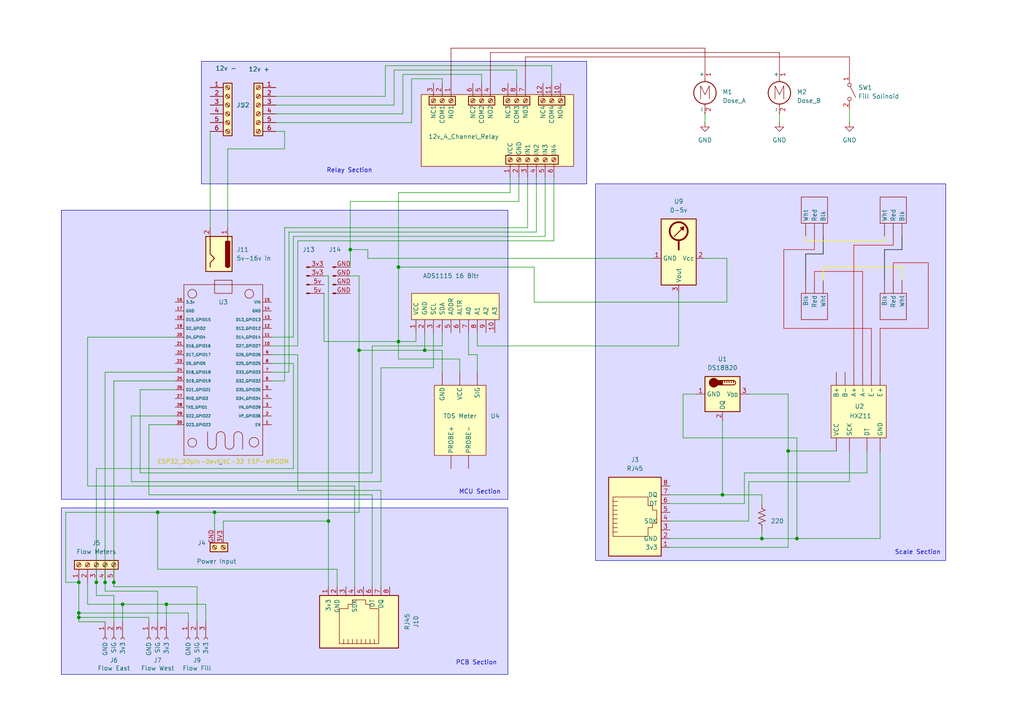
<source format=kicad_sch>
(kicad_sch (version 20250114) (generator "eeschema") (generator_version "9.0")
  (paper "A4")
  (title_block (title "Hydorponics-Patio") (company "Engineering Innovations, LLC"))
  (lib_symbols
    (symbol "Amazon_Modules:12v_4_Channel_Relay" (pin_names (offset 2.54))
      (property "Value" "12v_4_Channel_Relay" (at 5.08 -10.922 0))
      (symbol "12v_4_Channel_Relay_1_1"
        (rectangle (start -6.096 1.778) (end 38.1 -19.05) (fill (type color) (color 255 255 194 1)))
        (rectangle (start -3.81 1.27) (end 3.81 -1.27) (stroke (width 0.254)) (fill (type background)))
        (circle (center -2.54 0) (radius 0.635) (stroke (width 0.1524)))
        (polyline (pts (xy -2.2098 0.5334) (xy -3.048 -0.3302)) (stroke (width 0.1524)))
        (polyline (pts (xy -2.032 0.3556) (xy -2.8702 -0.508)) (stroke (width 0.1524)))
        (circle (center 0 0) (radius 0.635) (stroke (width 0.1524)))
        (polyline (pts (xy 0.3302 0.5334) (xy -0.508 -0.3302)) (stroke (width 0.1524)))
        (polyline (pts (xy 0.508 0.3556) (xy -0.3302 -0.508)) (stroke (width 0.1524)))
        (circle (center 2.54 0) (radius 0.635) (stroke (width 0.1524)))
        (polyline (pts (xy 2.8702 0.5334) (xy 2.032 -0.3302)) (stroke (width 0.1524)))
        (polyline (pts (xy 3.048 0.3556) (xy 2.2098 -0.508)) (stroke (width 0.1524)))
        (rectangle (start 7.62 1.27) (end 15.24 -1.27) (stroke (width 0.254)) (fill (type background)))
        (circle (center 8.89 0) (radius 0.635) (stroke (width 0.1524)))
        (polyline (pts (xy 9.2202 0.5334) (xy 8.382 -0.3302)) (stroke (width 0.1524)))
        (polyline (pts (xy 9.398 0.3556) (xy 8.5598 -0.508)) (stroke (width 0.1524)))
        (circle (center 11.43 0) (radius 0.635) (stroke (width 0.1524)))
        (polyline (pts (xy 11.7602 0.5334) (xy 10.922 -0.3302)) (stroke (width 0.1524)))
        (polyline (pts (xy 11.938 0.3556) (xy 11.0998 -0.508)) (stroke (width 0.1524)))
        (circle (center 13.97 0) (radius 0.635) (stroke (width 0.1524)))
        (polyline (pts (xy 14.3002 0.5334) (xy 13.462 -0.3302)) (stroke (width 0.1524)))
        (polyline (pts (xy 14.478 0.3556) (xy 13.6398 -0.508)) (stroke (width 0.1524)))
        (rectangle (start 17.78 1.27) (end 25.4 -1.27) (stroke (width 0.254)) (fill (type background)))
        (rectangle (start 18.415 -18.415) (end 33.655 -15.875) (stroke (width 0.254)) (fill (type background)))
        (circle (center 19.05 0) (radius 0.635) (stroke (width 0.1524)))
        (polyline (pts (xy 19.177 -17.5006) (xy 20.0152 -16.637)) (stroke (width 0.1524)))
        (polyline (pts (xy 19.3548 -17.6784) (xy 20.193 -16.8148)) (stroke (width 0.1524)))
        (polyline (pts (xy 19.3802 0.5334) (xy 18.542 -0.3302)) (stroke (width 0.1524)))
        (polyline (pts (xy 19.558 0.3556) (xy 18.7198 -0.508)) (stroke (width 0.1524)))
        (circle (center 19.685 -17.145) (radius 0.635) (stroke (width 0.1524)))
        (circle (center 21.59 0) (radius 0.635) (stroke (width 0.1524)))
        (polyline (pts (xy 21.717 -17.5006) (xy 22.5552 -16.637)) (stroke (width 0.1524)))
        (polyline (pts (xy 21.8948 -17.6784) (xy 22.733 -16.8148)) (stroke (width 0.1524)))
        (polyline (pts (xy 21.9202 0.5334) (xy 21.082 -0.3302)) (stroke (width 0.1524)))
        (polyline (pts (xy 22.098 0.3556) (xy 21.2598 -0.508)) (stroke (width 0.1524)))
        (circle (center 22.225 -17.145) (radius 0.635) (stroke (width 0.1524)))
        (circle (center 24.13 0) (radius 0.635) (stroke (width 0.1524)))
        (polyline (pts (xy 24.257 -17.5006) (xy 25.0952 -16.637)) (stroke (width 0.1524)))
        (polyline (pts (xy 24.4348 -17.6784) (xy 25.273 -16.8148)) (stroke (width 0.1524)))
        (polyline (pts (xy 24.4602 0.5334) (xy 23.622 -0.3302)) (stroke (width 0.1524)))
        (polyline (pts (xy 24.638 0.3556) (xy 23.7998 -0.508)) (stroke (width 0.1524)))
        (circle (center 24.765 -17.145) (radius 0.635) (stroke (width 0.1524)))
        (polyline (pts (xy 26.797 -17.5006) (xy 27.6352 -16.637)) (stroke (width 0.1524)))
        (polyline (pts (xy 26.9748 -17.6784) (xy 27.813 -16.8148)) (stroke (width 0.1524)))
        (circle (center 27.305 -17.145) (radius 0.635) (stroke (width 0.1524)))
        (rectangle (start 27.94 1.27) (end 35.56 -1.27) (stroke (width 0.254)) (fill (type background)))
        (circle (center 29.21 0) (radius 0.635) (stroke (width 0.1524)))
        (polyline (pts (xy 29.337 -17.5006) (xy 30.1752 -16.637)) (stroke (width 0.1524)))
        (polyline (pts (xy 29.5148 -17.6784) (xy 30.353 -16.8148)) (stroke (width 0.1524)))
        (polyline (pts (xy 29.5402 0.5334) (xy 28.702 -0.3302)) (stroke (width 0.1524)))
        (polyline (pts (xy 29.718 0.3556) (xy 28.8798 -0.508)) (stroke (width 0.1524)))
        (circle (center 29.845 -17.145) (radius 0.635) (stroke (width 0.1524)))
        (circle (center 31.75 0) (radius 0.635) (stroke (width 0.1524)))
        (polyline (pts (xy 31.877 -17.5006) (xy 32.7152 -16.637)) (stroke (width 0.1524)))
        (polyline (pts (xy 32.0548 -17.6784) (xy 32.893 -16.8148)) (stroke (width 0.1524)))
        (polyline (pts (xy 32.0802 0.5334) (xy 31.242 -0.3302)) (stroke (width 0.1524)))
        (polyline (pts (xy 32.258 0.3556) (xy 31.4198 -0.508)) (stroke (width 0.1524)))
        (circle (center 32.385 -17.145) (radius 0.635) (stroke (width 0.1524)))
        (circle (center 34.29 0) (radius 0.635) (stroke (width 0.1524)))
        (polyline (pts (xy 34.6202 0.5334) (xy 33.782 -0.3302)) (stroke (width 0.1524)))
        (polyline (pts (xy 34.798 0.3556) (xy 33.9598 -0.508)) (stroke (width 0.1524)))
        (pin passive line (at -2.54 5.08 270) (length 3.81) (name "NC1") (number "3"))
        (pin power_in line (at 0 5.08 270) (length 3.81) (name "COM1") (number "2"))
        (pin passive line (at 2.54 5.08 270) (length 3.81) (name "NO1") (number "1"))
        (pin passive line (at 8.89 5.08 270) (length 3.81) (name "NC2") (number "6"))
        (pin power_in line (at 11.43 5.08 270) (length 3.81) (name "COM2") (number "5"))
        (pin passive line (at 13.97 5.08 270) (length 3.81) (name "NO2") (number "4"))
        (pin passive line (at 19.05 5.08 270) (length 3.81) (name "NC3") (number "9"))
        (pin power_in line (at 19.685 -22.225 90) (length 3.81) (name "VCC") (number "1"))
        (pin power_in line (at 21.59 5.08 270) (length 3.81) (name "COM3") (number "8"))
        (pin power_in line (at 22.225 -22.225 90) (length 3.81) (name "GND") (number "2"))
        (pin passive line (at 24.13 5.08 270) (length 3.81) (name "N03") (number "7"))
        (pin input line (at 24.765 -22.225 90) (length 3.81) (name "IN1") (number "3"))
        (pin input line (at 27.305 -22.225 90) (length 3.81) (name "IN2") (number "4"))
        (pin passive line (at 29.21 5.08 270) (length 3.81) (name "NC4") (number "12"))
        (pin input line (at 29.845 -22.225 90) (length 3.81) (name "IN3") (number "5"))
        (pin power_in line (at 31.75 5.08 270) (length 3.81) (name "COM4") (number "11"))
        (pin input line (at 32.385 -22.225 90) (length 3.81) (name "IN4") (number "6"))
        (pin passive line (at 34.29 5.08 270) (length 3.81) (name "NO4") (number "10"))
      )
    )
    (symbol "Amazon_Modules:HX711"
      (property "Reference" "U2" (at 8.89 1.2701 0))
      (property "Value" "HXZ11" (at 8.89 -1.2699 0))
      (symbol "HX711_0_1"
        (rectangle (start -7.874 7.62) (end 8.126 -7.62) (fill (type background)))
      )
      (symbol "HX711_1_1"
        (pin passive line (at -6.35 11.43 270) (length 3.81) (name "B+") (number ""))
        (pin passive line (at -6.35 -11.43 90) (length 3.81) (name "VCC") (number ""))
        (pin passive line (at -3.81 11.43 270) (length 3.81) (name "B-") (number ""))
        (pin passive line (at -2.54 -11.43 90) (length 3.81) (name "SCK") (number ""))
        (pin passive line (at -1.27 11.43 270) (length 3.81) (name "A+") (number ""))
        (pin passive line (at 1.27 11.43 270) (length 3.81) (name "A-") (number ""))
        (pin passive line (at 2.54 -11.43 90) (length 3.81) (name "DT") (number ""))
        (pin passive line (at 3.81 11.43 270) (length 3.81) (name "E-") (number ""))
        (pin passive line (at 6.35 11.43 270) (length 3.81) (name "E+") (number ""))
        (pin passive line (at 6.35 -11.43 90) (length 3.81) (name "GND") (number ""))
      )
    )
    (symbol "Amazon_Modules:Load Cell"
      (symbol "Load Cell_0_1"
        (rectangle (start -3.81 5.08) (end 3.81 -2.54))
      )
      (symbol "Load Cell_1_1"
        (pin passive line (at -2.54 -6.35 90) (length 3.81) (name "Wht") (number ""))
        (pin passive line (at 0 -6.35 90) (length 3.81) (name "Red") (number ""))
        (pin passive line (at 2.54 -6.35 90) (length 3.81) (name "Blk") (number ""))
      )
    )
    (symbol "Amazon_Modules:Pressure Sensor"
      (property "Reference" "U?" (at 0.254 12.954 0))
      (property "Value" "0-5v" (at -0.254 10.414 0))
      (symbol "Pressure Sensor_0_1"
        (rectangle (start -5.08 8.89) (end 5.08 -10.287) (stroke (width 0.254)) (fill (type background)))
        (polyline (pts (xy -1.27 3.81) (xy 1.27 6.35)) (stroke (width 0.254)))
        (circle (center 0 5.334) (radius 2.6162) (stroke (width 0.508)))
        (polyline (pts (xy 0 2.54) (xy 0 0)) (stroke (width 0.508)))
        (polyline (pts (xy 1.524 6.604) (xy 1.27 5.588) (xy 0.508 6.35) (xy 1.524 6.604)) (stroke (width 0.254)) (fill (type outline)))
      )
      (symbol "Pressure Sensor_1_1"
        (pin power_in line (at -7.62 -2.54 0) (length 2.54) (name "GND") (number "1"))
        (pin output line (at 0 -12.7 90) (length 2.54) (name "Vout") (number "3"))
        (pin power_in line (at 7.62 -2.54 180) (length 2.54) (name "Vcc") (number "2"))
      )
    )
    (symbol "Amazon_Modules:TDS_Meter"
      (property "Reference" "U" (at 0 0 0))
      (symbol "TDS_Meter_0_1"
        (rectangle (start -7.366 7.62) (end 7.62 -12.7) (fill (type background)))
      )
      (symbol "TDS_Meter_1_1"
        (pin passive line (at -5.08 11.43 270) (length 3.81) (name "GND") (number ""))
        (pin passive line (at -2.54 -16.51 90) (length 3.81) (name "PROBE+") (number ""))
        (pin passive line (at 0 11.43 270) (length 3.81) (name "VCC") (number ""))
        (pin passive line (at 2.54 -16.51 90) (length 3.81) (name "PROBE-") (number ""))
        (pin passive line (at 5.08 11.43 270) (length 3.81) (name "SIG") (number ""))
      )
    )
    (symbol "Conn_01x03_Socket_1" (pin_names (offset 2.032))
      (property "Reference" "J6" (at 6.096 0 90))
      (property "Value" "Flow East" (at 8.382 0 90))
      (symbol "Conn_01x03_Socket_1_1_1"
        (polyline (pts (xy -1.27 2.54) (xy -0.508 2.54)) (stroke (width 0.1524)))
        (polyline (pts (xy -1.27 0) (xy -0.508 0)) (stroke (width 0.1524)))
        (polyline (pts (xy -1.27 -2.54) (xy -0.508 -2.54)) (stroke (width 0.1524)))
        (arc (start 0 2.032) (mid -0.5058 2.54) (end 0 3.048) (stroke (width 0.1524)))
        (arc (start 0 -0.508) (mid -0.5058 0) (end 0 0.508) (stroke (width 0.1524)))
        (arc (start 0 -3.048) (mid -0.5058 -2.54) (end 0 -2.032) (stroke (width 0.1524)))
        (pin passive line (at -5.08 2.54 0) (length 3.81) (name "GND") (number "1"))
        (pin passive line (at -5.08 0 0) (length 3.81) (name "SIG") (number "2"))
        (pin passive line (at -5.08 -2.54 0) (length 3.81) (name "3v3") (number "3"))
      )
    )
    (symbol "Conn_01x04_Pin_1" (pin_names (offset 1.016) (hide yes))
      (property "Reference" "J13" (at 0.635 7.62 0))
      (symbol "Conn_01x04_Pin_1_1_1"
        (rectangle (start 0.8636 2.667) (end 0 2.413) (stroke (width 0.1524)) (fill (type outline)))
        (rectangle (start 0.8636 0.127) (end 0 -0.127) (stroke (width 0.1524)) (fill (type outline)))
        (rectangle (start 0.8636 -2.413) (end 0 -2.667) (stroke (width 0.1524)) (fill (type outline)))
        (rectangle (start 0.8636 -4.953) (end 0 -5.207) (stroke (width 0.1524)) (fill (type outline)))
        (polyline (pts (xy 1.27 2.54) (xy 0.8636 2.54)) (stroke (width 0.1524)))
        (polyline (pts (xy 1.27 0) (xy 0.8636 0)) (stroke (width 0.1524)))
        (polyline (pts (xy 1.27 -2.54) (xy 0.8636 -2.54)) (stroke (width 0.1524)))
        (polyline (pts (xy 1.27 -5.08) (xy 0.8636 -5.08)) (stroke (width 0.1524)))
        (pin passive line (at 5.08 2.54 180) (length 3.81) (name "3v3") (number "3v3"))
        (pin passive line (at 5.08 0 180) (length 3.81) (name "3v3") (number "3v3"))
        (pin passive line (at 5.08 -2.54 180) (length 3.81) (name "5v") (number "5v"))
        (pin passive line (at 5.08 -5.08 180) (length 3.81) (name "5v") (number "5v"))
      )
    )
    (symbol "Connector:Barrel_Jack" (pin_names (offset 1.016))
      (property "Reference" "J" (at 0 5.334 0))
      (property "Value" "Barrel_Jack" (at 0 -5.08 0))
      (symbol "Barrel_Jack_0_1"
        (rectangle (start -5.08 3.81) (end 5.08 -3.81) (stroke (width 0.254)) (fill (type background)))
        (polyline (pts (xy -3.81 -2.54) (xy -2.54 -2.54) (xy -1.27 -1.27) (xy 0 -2.54) (xy 2.54 -2.54) (xy 5.08 -2.54)) (stroke (width 0.254)))
        (arc (start -3.302 1.905) (mid -3.9343 2.54) (end -3.302 3.175) (stroke (width 0.254)))
        (arc (start -3.302 1.905) (mid -3.9343 2.54) (end -3.302 3.175) (stroke (width 0.254)) (fill (type outline)))
        (rectangle (start 3.683 3.175) (end -3.302 1.905) (stroke (width 0.254)) (fill (type outline)))
        (polyline (pts (xy 5.08 2.54) (xy 3.81 2.54)) (stroke (width 0.254)))
      )
      (symbol "Barrel_Jack_1_1"
        (pin passive line (at 7.62 2.54 180) (length 2.54) (name "~") (number "1"))
        (pin passive line (at 7.62 -2.54 180) (length 2.54) (name "~") (number "2"))
      )
    )
    (symbol "Connector:Conn_01x04_Pin" (pin_names (offset 1.016) (hide yes))
      (property "Reference" "J14" (at 0.635 7.62 0))
      (symbol "Conn_01x04_Pin_1_1"
        (rectangle (start 0.8636 2.667) (end 0 2.413) (stroke (width 0.1524)) (fill (type outline)))
        (rectangle (start 0.8636 0.127) (end 0 -0.127) (stroke (width 0.1524)) (fill (type outline)))
        (rectangle (start 0.8636 -2.413) (end 0 -2.667) (stroke (width 0.1524)) (fill (type outline)))
        (rectangle (start 0.8636 -4.953) (end 0 -5.207) (stroke (width 0.1524)) (fill (type outline)))
        (polyline (pts (xy 1.27 2.54) (xy 0.8636 2.54)) (stroke (width 0.1524)))
        (polyline (pts (xy 1.27 0) (xy 0.8636 0)) (stroke (width 0.1524)))
        (polyline (pts (xy 1.27 -2.54) (xy 0.8636 -2.54)) (stroke (width 0.1524)))
        (polyline (pts (xy 1.27 -5.08) (xy 0.8636 -5.08)) (stroke (width 0.1524)))
        (pin passive line (at 5.08 2.54 180) (length 3.81) (name "GND") (number "GND"))
        (pin passive line (at 5.08 0 180) (length 3.81) (name "GND") (number "GND"))
        (pin passive line (at 5.08 -2.54 180) (length 3.81) (name "GND") (number "GND"))
        (pin passive line (at 5.08 -5.08 180) (length 3.81) (name "GND") (number "GND"))
      )
    )
    (symbol "Connector:Conn_01x10_Pin" (pin_names (offset 1.27))
      (property "Value" "ADS1115 16 Bitr" (at -1.27 17.78 0))
      (symbol "Conn_01x10_Pin_1_1"
        (rectangle (start -12.7 12.7) (end 12.7 5.08) (fill (type background)))
        (pin power_in line (at -11.43 1.27 90) (length 3.81) (name "VCC") (number "1"))
        (pin power_in line (at -8.89 1.27 90) (length 3.81) (name "GND") (number "2"))
        (pin passive line (at -6.35 1.27 90) (length 3.81) (name "SCL") (number "3"))
        (pin passive line (at -3.81 1.27 90) (length 3.81) (name "SDA") (number "4"))
        (pin passive line (at -1.27 1.27 90) (length 3.81) (name "ADDR") (number "5"))
        (pin passive line (at 1.27 1.27 90) (length 3.81) (name "ALTR") (number "6"))
        (pin passive line (at 3.81 1.27 90) (length 3.81) (name "A0") (number "7"))
        (pin passive line (at 6.35 1.27 90) (length 3.81) (name "A1") (number "8"))
        (pin passive line (at 8.89 1.27 90) (length 3.81) (name "A2") (number "9"))
        (pin passive line (at 11.43 1.27 90) (length 3.81) (name "A3") (number "10"))
      )
    )
    (symbol "Connector:Screw_Terminal_01x02" (pin_names (offset 1.016) (hide yes))
      (property "Reference" "J4" (at -1.2701 2.54 90))
      (property "Value" "Power Input" (at 4.064 -6.35 90))
      (symbol "Screw_Terminal_01x02_1_1"
        (rectangle (start -1.27 1.27) (end 1.27 -3.81) (stroke (width 0.254)) (fill (type background)))
        (polyline (pts (xy -0.5334 0.3302) (xy 0.3302 -0.508)) (stroke (width 0.1524)))
        (polyline (pts (xy -0.5334 -2.2098) (xy 0.3302 -3.048)) (stroke (width 0.1524)))
        (polyline (pts (xy -0.3556 0.508) (xy 0.508 -0.3302)) (stroke (width 0.1524)))
        (polyline (pts (xy -0.3556 -2.032) (xy 0.508 -2.8702)) (stroke (width 0.1524)))
        (circle (center 0 0) (radius 0.635) (stroke (width 0.1524)))
        (circle (center 0 -2.54) (radius 0.635) (stroke (width 0.1524)))
        (pin passive line (at -5.08 0 0) (length 3.81) (name "GND") (number "GND"))
        (pin passive line (at -5.08 -2.54 0) (length 3.81) (name "3V3") (number "3V3"))
      )
    )
    (symbol "Connector:Screw_Terminal_01x05" (pin_names (offset 1.016) (hide yes))
      (property "Reference" "J" (at 0 7.62 0))
      (property "Value" "Screw_Terminal_01x05" (at 0 -7.62 0))
      (symbol "Screw_Terminal_01x05_1_1"
        (rectangle (start -1.27 6.35) (end 1.27 -6.35) (stroke (width 0.254)) (fill (type background)))
        (polyline (pts (xy -0.5334 5.4102) (xy 0.3302 4.572)) (stroke (width 0.1524)))
        (polyline (pts (xy -0.5334 2.8702) (xy 0.3302 2.032)) (stroke (width 0.1524)))
        (polyline (pts (xy -0.5334 0.3302) (xy 0.3302 -0.508)) (stroke (width 0.1524)))
        (polyline (pts (xy -0.5334 -2.2098) (xy 0.3302 -3.048)) (stroke (width 0.1524)))
        (polyline (pts (xy -0.5334 -4.7498) (xy 0.3302 -5.588)) (stroke (width 0.1524)))
        (polyline (pts (xy -0.3556 5.588) (xy 0.508 4.7498)) (stroke (width 0.1524)))
        (polyline (pts (xy -0.3556 3.048) (xy 0.508 2.2098)) (stroke (width 0.1524)))
        (polyline (pts (xy -0.3556 0.508) (xy 0.508 -0.3302)) (stroke (width 0.1524)))
        (polyline (pts (xy -0.3556 -2.032) (xy 0.508 -2.8702)) (stroke (width 0.1524)))
        (polyline (pts (xy -0.3556 -4.572) (xy 0.508 -5.4102)) (stroke (width 0.1524)))
        (circle (center 0 5.08) (radius 0.635) (stroke (width 0.1524)))
        (circle (center 0 2.54) (radius 0.635) (stroke (width 0.1524)))
        (circle (center 0 0) (radius 0.635) (stroke (width 0.1524)))
        (circle (center 0 -2.54) (radius 0.635) (stroke (width 0.1524)))
        (circle (center 0 -5.08) (radius 0.635) (stroke (width 0.1524)))
        (pin passive line (at -5.08 5.08 0) (length 3.81) (name "Pin_1") (number "1"))
        (pin passive line (at -5.08 2.54 0) (length 3.81) (name "Pin_2") (number "2"))
        (pin passive line (at -5.08 0 0) (length 3.81) (name "Pin_3") (number "3"))
        (pin passive line (at -5.08 -2.54 0) (length 3.81) (name "Pin_4") (number "4"))
        (pin passive line (at -5.08 -5.08 0) (length 3.81) (name "Pin_5") (number "5"))
      )
    )
    (symbol "Connector:Screw_Terminal_01x06" (pin_names (offset 1.016) (hide yes))
      (property "Reference" "J" (at 0 7.62 0))
      (property "Value" "Screw_Terminal_01x06" (at 0 -10.16 0))
      (symbol "Screw_Terminal_01x06_1_1"
        (rectangle (start -1.27 6.35) (end 1.27 -8.89) (stroke (width 0.254)) (fill (type background)))
        (polyline (pts (xy -0.5334 5.4102) (xy 0.3302 4.572)) (stroke (width 0.1524)))
        (polyline (pts (xy -0.5334 2.8702) (xy 0.3302 2.032)) (stroke (width 0.1524)))
        (polyline (pts (xy -0.5334 0.3302) (xy 0.3302 -0.508)) (stroke (width 0.1524)))
        (polyline (pts (xy -0.5334 -2.2098) (xy 0.3302 -3.048)) (stroke (width 0.1524)))
        (polyline (pts (xy -0.5334 -4.7498) (xy 0.3302 -5.588)) (stroke (width 0.1524)))
        (polyline (pts (xy -0.5334 -7.2898) (xy 0.3302 -8.128)) (stroke (width 0.1524)))
        (polyline (pts (xy -0.3556 5.588) (xy 0.508 4.7498)) (stroke (width 0.1524)))
        (polyline (pts (xy -0.3556 3.048) (xy 0.508 2.2098)) (stroke (width 0.1524)))
        (polyline (pts (xy -0.3556 0.508) (xy 0.508 -0.3302)) (stroke (width 0.1524)))
        (polyline (pts (xy -0.3556 -2.032) (xy 0.508 -2.8702)) (stroke (width 0.1524)))
        (polyline (pts (xy -0.3556 -4.572) (xy 0.508 -5.4102)) (stroke (width 0.1524)))
        (polyline (pts (xy -0.3556 -7.112) (xy 0.508 -7.9502)) (stroke (width 0.1524)))
        (circle (center 0 5.08) (radius 0.635) (stroke (width 0.1524)))
        (circle (center 0 2.54) (radius 0.635) (stroke (width 0.1524)))
        (circle (center 0 0) (radius 0.635) (stroke (width 0.1524)))
        (circle (center 0 -2.54) (radius 0.635) (stroke (width 0.1524)))
        (circle (center 0 -5.08) (radius 0.635) (stroke (width 0.1524)))
        (circle (center 0 -7.62) (radius 0.635) (stroke (width 0.1524)))
        (pin passive line (at -5.08 5.08 0) (length 3.81) (name "Pin_1") (number "1"))
        (pin passive line (at -5.08 2.54 0) (length 3.81) (name "Pin_2") (number "2"))
        (pin passive line (at -5.08 0 0) (length 3.81) (name "Pin_3") (number "3"))
        (pin passive line (at -5.08 -2.54 0) (length 3.81) (name "Pin_4") (number "4"))
        (pin passive line (at -5.08 -5.08 0) (length 3.81) (name "Pin_5") (number "5"))
        (pin passive line (at -5.08 -7.62 0) (length 3.81) (name "Pin_6") (number "6"))
      )
    )
    (symbol "Device:R_US" (pin_numbers (hide yes)) (pin_names (offset 0))
      (property "Reference" "R" (at 2.54 0 90))
      (property "Value" "R_US" (at -2.54 0 90))
      (symbol "R_US_0_1"
        (polyline (pts (xy 0 2.286) (xy 0 2.54)))
        (polyline (pts (xy 0 2.286) (xy 1.016 1.905) (xy 0 1.524) (xy -1.016 1.143) (xy 0 0.762)))
        (polyline (pts (xy 0 0.762) (xy 1.016 0.381) (xy 0 0) (xy -1.016 -0.381) (xy 0 -0.762)))
        (polyline (pts (xy 0 -0.762) (xy 1.016 -1.143) (xy 0 -1.524) (xy -1.016 -1.905) (xy 0 -2.286)))
        (polyline (pts (xy 0 -2.286) (xy 0 -2.54)))
      )
      (symbol "R_US_1_1"
        (pin passive line (at 0 3.81 270) (length 1.27) (name "~") (number "1"))
        (pin passive line (at 0 -3.81 90) (length 1.27) (name "~") (number "2"))
      )
    )
    (symbol "Load Cell_1"
      (property "Value" "~" (at 13.97 0.0001 0))
      (symbol "Load Cell_1_0_1"
        (rectangle (start -3.81 5.08) (end 3.81 -2.54))
      )
      (symbol "Load Cell_1_1_1"
        (pin passive line (at -2.54 -6.35 90) (length 3.81) (name "Wht") (number ""))
        (pin passive line (at 0 -6.35 90) (length 3.81) (name "Red") (number ""))
        (pin passive line (at 2.54 -6.35 90) (length 3.81) (name "Blk") (number ""))
      )
    )
    (symbol "Load Cell_2"
      (symbol "Load Cell_2_0_1"
        (rectangle (start -3.81 5.08) (end 3.81 -2.54))
      )
      (symbol "Load Cell_2_1_1"
        (pin passive line (at -2.54 -6.35 90) (length 3.81) (name "Wht") (number ""))
        (pin passive line (at 0 -6.35 90) (length 3.81) (name "Red") (number ""))
        (pin passive line (at 2.54 -6.35 90) (length 3.81) (name "Blk") (number ""))
      )
    )
    (symbol "Load Cell_3"
      (symbol "Load Cell_3_0_1"
        (rectangle (start -3.81 5.08) (end 3.81 -2.54))
      )
      (symbol "Load Cell_3_1_1"
        (pin passive line (at -2.54 -6.35 90) (length 3.81) (name "Wht") (number ""))
        (pin passive line (at 0 -6.35 90) (length 3.81) (name "Red") (number ""))
        (pin passive line (at 2.54 -6.35 90) (length 3.81) (name "Blk") (number ""))
      )
    )
    (symbol "Motor:Motor_DC" (pin_names (offset 0))
      (property "Reference" "M" (at 2.54 2.54 0))
      (property "Value" "Motor_DC" (at 2.54 -5.08 0))
      (symbol "Motor_DC_0_0"
        (polyline (pts (xy -1.27 -3.302) (xy -1.27 0.508) (xy 0 -2.032) (xy 1.27 0.508) (xy 1.27 -3.302)))
      )
      (symbol "Motor_DC_0_1"
        (polyline (pts (xy 0 2.032) (xy 0 2.54)))
        (polyline (pts (xy 0 1.7272) (xy 0 2.0828)))
        (circle (center 0 -1.524) (radius 3.2512) (stroke (width 0.254)))
        (polyline (pts (xy 0 -4.7752) (xy 0 -5.1816)))
        (polyline (pts (xy 0 -7.62) (xy 0 -7.112)))
      )
      (symbol "Motor_DC_1_1"
        (pin passive line (at 0 5.08 270) (length 2.54) (name "+") (number "1"))
        (pin passive line (at 0 -7.62 90) (length 2.54) (name "-") (number "2"))
      )
    )
    (symbol "RJ45_1" (pin_names (offset 1.016))
      (property "Reference" "J10" (at 0 17.78 0))
      (property "Value" "RJ45" (at 0 15.24 0))
      (symbol "RJ45_1_0_1"
        (polyline (pts (xy -6.35 1.905) (xy -5.08 1.905) (xy -5.08 1.905)))
        (polyline (pts (xy -6.35 0.635) (xy -5.08 0.635) (xy -5.08 0.635)))
        (polyline (pts (xy -6.35 -0.635) (xy -5.08 -0.635) (xy -5.08 -0.635)))
        (polyline (pts (xy -6.35 -1.905) (xy -5.08 -1.905) (xy -5.08 -1.905)))
        (polyline (pts (xy -6.35 -3.175) (xy -5.08 -3.175) (xy -5.08 -3.175)))
        (polyline (pts (xy -6.35 -4.445) (xy -6.35 6.985) (xy 3.81 6.985) (xy 3.81 4.445) (xy 5.08 4.445) (xy 5.08 3.175) (xy 6.35 3.175) (xy 6.35 -0.635) (xy 5.08 -0.635) (xy 5.08 -1.905) (xy 3.81 -1.905) (xy 3.81 -4.445) (xy -6.35 -4.445) (xy -6.35 -4.445)))
        (polyline (pts (xy -5.08 5.715) (xy -6.35 5.715)))
        (polyline (pts (xy -5.08 4.445) (xy -6.35 4.445)))
        (polyline (pts (xy -5.08 3.175) (xy -6.35 3.175) (xy -6.35 3.175)))
        (rectangle (start 7.62 12.7) (end -7.62 -10.16) (stroke (width 0.254)) (fill (type background)))
      )
      (symbol "RJ45_1_1_1"
        (pin passive line (at 10.16 10.16 180) (length 2.54) (name "~") (number "8"))
        (pin passive line (at 10.16 7.62 180) (length 2.54) (name "DQ") (number "7"))
        (pin passive line (at 10.16 5.08 180) (length 2.54) (name "DT") (number "6"))
        (pin passive line (at 10.16 2.54 180) (length 2.54) (name "~") (number "5"))
        (pin passive line (at 10.16 0 180) (length 2.54) (name "SDK") (number "4"))
        (pin passive line (at 10.16 -2.54 180) (length 2.54) (name "~") (number "3"))
        (pin passive line (at 10.16 -5.08 180) (length 2.54) (name "GND") (number "2"))
        (pin passive line (at 10.16 -7.62 180) (length 2.54) (name "3v3") (number "1"))
      )
    )
    (symbol "Sensor_Temperature:DS18B20"
      (property "Reference" "U" (at -3.81 6.35 0))
      (property "Value" "DS18B20" (at 6.35 6.35 0))
      (symbol "DS18B20_0_1"
        (rectangle (start -5.08 5.08) (end 5.08 -5.08) (stroke (width 0.254)) (fill (type background)))
        (polyline (pts (xy -3.937 3.175) (xy -3.937 0)) (stroke (width 0.254)))
        (polyline (pts (xy -3.937 3.175) (xy -3.302 3.175)) (stroke (width 0.254)))
        (polyline (pts (xy -3.937 2.54) (xy -3.302 2.54)) (stroke (width 0.254)))
        (polyline (pts (xy -3.937 1.905) (xy -3.302 1.905)) (stroke (width 0.254)))
        (polyline (pts (xy -3.937 1.27) (xy -3.302 1.27)) (stroke (width 0.254)))
        (polyline (pts (xy -3.937 0.635) (xy -3.302 0.635)) (stroke (width 0.254)))
        (arc (start -3.937 3.175) (mid -3.302 3.8073) (end -2.667 3.175) (stroke (width 0.254)))
        (circle (center -3.302 -2.54) (radius 1.27) (stroke (width 0.254)) (fill (type outline)))
        (polyline (pts (xy -2.667 3.175) (xy -2.667 0)) (stroke (width 0.254)))
        (rectangle (start -2.667 -1.905) (end -3.937 0) (stroke (width 0.254)) (fill (type outline)))
      )
      (symbol "DS18B20_1_1"
        (pin power_in line (at 0 7.62 270) (length 2.54) (name "V_{DD}") (number "3"))
        (pin power_in line (at 0 -7.62 90) (length 2.54) (name "GND") (number "1"))
        (pin bidirectional line (at 7.62 0 180) (length 2.54) (name "DQ") (number "2"))
      )
    )
    (symbol "Switch:SW_SPST" (pin_names (offset 0) (hide yes))
      (property "Reference" "SW" (at 0 3.175 0))
      (property "Value" "SW_SPST" (at 0 -2.54 0))
      (symbol "SW_SPST_0_0"
        (circle (center -2.032 0) (radius 0.508))
        (polyline (pts (xy -1.524 0.254) (xy 1.524 1.778)))
        (circle (center 2.032 0) (radius 0.508))
      )
      (symbol "SW_SPST_1_1"
        (pin passive line (at -5.08 0 0) (length 2.54) (name "A") (number "1"))
        (pin passive line (at 5.08 0 180) (length 2.54) (name "B") (number "2"))
      )
    )
    (symbol "esp32:ESP32_30Pin"
      (property "Reference" "U3" (at 0 -17.78 0))
      (property "Footprint" "ESP32_30pin-DevKitC-32 ESP-WROOM" (at 0 29.21 0))
      (symbol "ESP32_30Pin_0_1"
        (rectangle (start -11.43 26.67) (end 11.43 -22.86))
        (circle (center -8.89 22.86) (radius 1.3898))
        (circle (center -7.505 -20.205) (radius 1.27))
        (polyline (pts (xy -5.6025 21.0675) (xy -5.6025 22.3375)))
        (polyline (pts (xy -5.6 22.34) (xy -5.6 24.88)))
        (arc (start -3.055 21.06) (mid -3.4292 20.1642) (end -4.325 19.79))
        (arc (start -4.3325 19.7975) (mid -5.2298 20.1702) (end -5.6025 21.0675))
        (polyline (pts (xy -3.0625 21.0675) (xy -3.0625 22.3375)))
        (polyline (pts (xy -3.06 23.61) (xy -3.06 22.34)))
        (rectangle (start -2.54 -20.32) (end 2.54 -24.13))
        (arc (start -1.79 24.88) (mid -0.8927 24.5073) (end -0.52 23.61))
        (arc (start -3.0675 23.6175) (mid -2.6933 24.5133) (end -1.7975 24.8875))
        (polyline (pts (xy -0.5225 21.0675) (xy -0.5225 22.3375)))
        (polyline (pts (xy -0.52 23.61) (xy -0.52 22.34)))
        (arc (start 2.025 21.06) (mid 1.6508 20.1642) (end 0.755 19.79))
        (arc (start 0.7475 19.7975) (mid -0.1498 20.1702) (end -0.5225 21.0675))
        (polyline (pts (xy 2.0175 21.0675) (xy 2.0175 22.3375)))
        (polyline (pts (xy 2.02 23.61) (xy 2.02 22.34)))
        (arc (start 3.29 24.88) (mid 4.1873 24.5073) (end 4.56 23.61))
        (arc (start 2.0125 23.6175) (mid 2.3867 24.5133) (end 3.2825 24.8875))
        (polyline (pts (xy 4.56 23.61) (xy 4.56 22.34)))
        (polyline (pts (xy 4.56 22.34) (xy 4.56 19.8)))
        (circle (center 9.005 22.975) (radius 1.27))
        (circle (center 9.005 -20.205) (radius 1.27))
      )
      (symbol "ESP32_30Pin_1_1"
        (pin bidirectional line (at -13.97 17.78 0) (length 2.54) (name "EN") (number "1"))
        (pin bidirectional line (at -13.97 15.24 0) (length 2.54) (name "VP_GPIO36") (number "2"))
        (pin bidirectional line (at -13.97 12.7 0) (length 2.54) (name "VN_GPIO39") (number "3"))
        (pin bidirectional line (at -13.97 10.16 0) (length 2.54) (name "D34_GPIO34") (number "4"))
        (pin bidirectional line (at -13.97 7.62 0) (length 2.54) (name "D35_GPIO35") (number "5"))
        (pin bidirectional line (at -13.97 5.08 0) (length 2.54) (name "D32_GPIO32") (number "6"))
        (pin bidirectional line (at -13.97 2.54 0) (length 2.54) (name "D33_GPIO33") (number "7"))
        (pin bidirectional line (at -13.97 0 0) (length 2.54) (name "D25_GPIO25") (number "8"))
        (pin bidirectional line (at -13.97 -2.54 0) (length 2.54) (name "D26_GPIO26") (number "9"))
        (pin bidirectional line (at -13.97 -5.08 0) (length 2.54) (name "D27_GPIO27") (number "10"))
        (pin bidirectional line (at -13.97 -7.62 0) (length 2.54) (name "D14_GPIO14") (number "11"))
        (pin bidirectional line (at -13.97 -10.16 0) (length 2.54) (name "D12_GPIO12") (number "12"))
        (pin bidirectional line (at -13.97 -12.7 0) (length 2.54) (name "D13_GPIO13") (number "13"))
        (pin power_in line (at -13.97 -15.24 0) (length 2.54) (name "GND") (number "14"))
        (pin power_in line (at -13.97 -17.78 0) (length 2.54) (name "VIN") (number "15"))
        (pin bidirectional line (at 13.97 17.78 180) (length 2.54) (name "D23_GPIO23") (number "30"))
        (pin bidirectional line (at 13.97 15.24 180) (length 2.54) (name "D22_GPIO22") (number "29"))
        (pin bidirectional line (at 13.97 12.7 180) (length 2.54) (name "TX0_GPIO1") (number "28"))
        (pin bidirectional line (at 13.97 10.16 180) (length 2.54) (name "RX0_GPIO3") (number "27"))
        (pin bidirectional line (at 13.97 7.62 180) (length 2.54) (name "D21_GPIO21") (number "26"))
        (pin bidirectional line (at 13.97 5.08 180) (length 2.54) (name "D19_GPIO19") (number "25"))
        (pin bidirectional line (at 13.97 2.54 180) (length 2.54) (name "D18_GPIO18") (number "24"))
        (pin bidirectional line (at 13.97 0 180) (length 2.54) (name "D5_GPIO5") (number "23"))
        (pin bidirectional line (at 13.97 -2.54 180) (length 2.54) (name "D17_GPIO17") (number "22"))
        (pin bidirectional line (at 13.97 -5.08 180) (length 2.54) (name "D16_GPIO16") (number "21"))
        (pin bidirectional line (at 13.97 -7.62 180) (length 2.54) (name "D4_GPIO4") (number "20"))
        (pin bidirectional line (at 13.97 -10.16 180) (length 2.54) (name "D2_GPIO2") (number "19"))
        (pin bidirectional line (at 13.97 -12.7 180) (length 2.54) (name "D15_GPIO15") (number "18"))
        (pin power_in line (at 13.97 -15.24 180) (length 2.54) (name "GND") (number "17"))
        (pin power_in line (at 13.97 -17.78 180) (length 2.54) (name "3.3v") (number "16"))
      )
    )
    (symbol "power:GND" (power) (pin_numbers (hide yes)) (pin_names (offset 0) (hide yes))
      (property "Value" "GND" (at 0 -3.81 0))
      (symbol "GND_0_1"
        (polyline (pts (xy 0 0) (xy 0 -1.27) (xy 1.27 -1.27) (xy 0 -2.54) (xy -1.27 -1.27) (xy 0 -1.27)))
      )
      (symbol "GND_1_1"
        (pin power_in line (at 0 0 270) (length 0) (name "~") (number "1"))
      )
    )
  )
  (rectangle (start 58.42 17.78) (end 170.18 53.34) (fill (type color) (color 221 219 255 1)))
  (rectangle (start 17.78 60.96) (end 147.32 144.78) (fill (type color) (color 221 219 255 1)))
  (rectangle (start 172.72 53.34) (end 274.32 162.56) (fill (type color) (color 221 219 255 1)))
  (rectangle (start 17.78 147.32) (end 147.32 195.58) (fill (type color) (color 221 219 255 1)))
  (text "PCB Section" (at 138.176 192.278 0) (effects (font (size 1.27 1.27))))
  (text "Scale Section" (at 266.192 160.274 0) (effects (font (size 1.27 1.27))))
  (text "Relay Section" (at 101.346 49.53 0) (effects (font (size 1.27 1.27))))
  (text "MCU Section" (at 139.192 142.748 0) (effects (font (size 1.27 1.27))))
  (junction (at 35.56 175.26))
  (junction (at 22.86 177.8))
  (junction (at 115.57 77.47))
  (junction (at 95.25 151.13))
  (junction (at 220.98 156.21))
  (junction (at 30.48 168.91))
  (junction (at 22.86 168.91))
  (junction (at 48.26 175.26))
  (junction (at 228.6 130.81))
  (junction (at 22.86 179.07))
  (junction (at 45.72 148.59))
  (junction (at 209.55 143.51))
  (junction (at 27.94 168.91))
  (junction (at 62.23 148.59))
  (junction (at 115.57 99.06))
  (junction (at 123.19 101.6))
  (junction (at 33.02 168.91))
  (junction (at 104.14 101.6))
  (junction (at 101.6 72.39))
  (junction (at 231.14 156.21))
  (wire (pts (xy 50.8 123.19) (xy 43.18 123.19)))
  (wire (pts (xy 238.76 77.47) (xy 261.62 77.47)) (stroke (width 0) (color 255 255 0 1)))
  (wire (pts (xy 95.25 80.01) (xy 95.25 151.13)))
  (wire (pts (xy 78.74 105.41) (xy 85.09 105.41)))
  (wire (pts (xy 256.54 72.39) (xy 261.62 72.39)) (stroke (width 0) (color 0 0 0 1)))
  (wire (pts (xy 38.1 120.65) (xy 50.8 120.65)))
  (wire (pts (xy 45.72 165.1) (xy 97.79 165.1)))
  (wire (pts (xy 107.95 143.51) (xy 107.95 170.18)))
  (wire (pts (xy 57.15 170.18) (xy 33.02 170.18)))
  (wire (pts (xy 83.82 67.31) (xy 155.575 67.31)))
  (wire (pts (xy 107.95 137.16) (xy 40.64 137.16)))
  (wire (pts (xy 104.14 101.6) (xy 123.19 101.6)))
  (wire (pts (xy 227.33 95.25) (xy 227.33 72.39)) (stroke (width 0) (color 194 0 0 1)))
  (wire (pts (xy 130.81 24.13) (xy 130.81 13.97)) (stroke (width 0) (color 132 0 0 1)))
  (wire (pts (xy 110.49 142.24) (xy 86.36 142.24)))
  (wire (pts (xy 82.55 110.49) (xy 78.74 110.49)))
  (wire (pts (xy 233.68 81.28) (xy 233.68 73.66)) (stroke (width 0) (color 0 0 0 1)))
  (wire (pts (xy 194.31 158.75) (xy 228.6 158.75)))
  (wire (pts (xy 256.54 68.58) (xy 256.54 69.85)) (stroke (width 0) (color 255 255 0 1)))
  (wire (pts (xy 57.15 180.34) (xy 57.15 170.18)))
  (wire (pts (xy 101.6 77.47) (xy 101.6 72.39)))
  (wire (pts (xy 106.68 74.93) (xy 106.68 72.39)))
  (wire (pts (xy 120.65 99.06) (xy 115.57 99.06)))
  (wire (pts (xy 236.22 78.74) (xy 250.19 78.74)) (stroke (width 0) (color 194 0 0 1)))
  (wire (pts (xy 62.23 153.67) (xy 62.23 148.59)))
  (wire (pts (xy 82.55 66.04) (xy 82.55 110.49)))
  (wire (pts (xy 198.12 114.3) (xy 198.12 127)))
  (wire (pts (xy 93.98 99.06) (xy 115.57 99.06)))
  (wire (pts (xy 22.86 177.8) (xy 22.86 179.07)))
  (wire (pts (xy 86.36 69.85) (xy 160.655 69.85)))
  (wire (pts (xy 228.6 130.81) (xy 242.57 130.81)))
  (wire (pts (xy 116.84 21.59) (xy 139.7 21.59)))
  (wire (pts (xy 198.12 127) (xy 231.14 127)))
  (wire (pts (xy 62.23 148.59) (xy 45.72 148.59)))
  (wire (pts (xy 152.4 16.51) (xy 246.38 16.51)) (stroke (width 0) (color 132 0 0 1)))
  (wire (pts (xy 247.65 71.12) (xy 247.65 107.95)) (stroke (width 0) (color 194 0 0 1)))
  (wire (pts (xy 269.24 95.25) (xy 269.24 76.2)) (stroke (width 0) (color 194 0 0 1)))
  (wire (pts (xy 194.31 143.51) (xy 209.55 143.51)))
  (wire (pts (xy 25.4 97.79) (xy 25.4 140.97)))
  (wire (pts (xy 116.84 33.02) (xy 116.84 21.59)))
  (wire (pts (xy 35.56 175.26) (xy 25.4 175.26)))
  (wire (pts (xy 48.26 175.26) (xy 35.56 175.26)))
  (wire (pts (xy 110.49 170.18) (xy 110.49 142.24)))
  (wire (pts (xy 233.68 69.85) (xy 256.54 69.85)) (stroke (width 0) (color 255 255 0 1)))
  (wire (pts (xy 231.14 127) (xy 231.14 156.21)))
  (wire (pts (xy 120.65 96.52) (xy 120.65 99.06)))
  (wire (pts (xy 33.02 170.18) (xy 33.02 168.91)))
  (wire (pts (xy 250.19 78.74) (xy 250.19 107.95)) (stroke (width 0) (color 194 0 0 1)))
  (wire (pts (xy 220.98 156.21) (xy 231.14 156.21)))
  (wire (pts (xy 80.01 35.56) (xy 119.38 35.56)))
  (wire (pts (xy 93.98 99.06) (xy 93.98 85.09)))
  (wire (pts (xy 246.38 16.51) (xy 246.38 21.59)) (stroke (width 0) (color 132 0 0 1)))
  (wire (pts (xy 111.76 27.94) (xy 111.76 19.05)))
  (wire (pts (xy 252.73 95.25) (xy 227.33 95.25)) (stroke (width 0) (color 194 0 0 1)))
  (wire (pts (xy 30.48 171.45) (xy 30.48 168.91)))
  (wire (pts (xy 27.94 135.89) (xy 27.94 168.91)))
  (wire (pts (xy 142.24 15.24) (xy 226.06 15.24)) (stroke (width 0) (color 132 0 0 1)))
  (wire (pts (xy 255.27 95.25) (xy 269.24 95.25)) (stroke (width 0) (color 194 0 0 1)))
  (wire (pts (xy 160.02 19.05) (xy 160.02 24.13)))
  (wire (pts (xy 101.6 80.01) (xy 104.14 80.01)))
  (wire (pts (xy 125.73 96.52) (xy 125.73 106.68)))
  (wire (pts (xy 59.69 175.26) (xy 48.26 175.26)))
  (wire (pts (xy 101.6 58.42) (xy 150.495 58.42)))
  (wire (pts (xy 95.25 80.01) (xy 93.98 80.01)))
  (wire (pts (xy 217.17 139.7) (xy 246.38 139.7)))
  (wire (pts (xy 85.09 135.89) (xy 27.94 135.89)))
  (wire (pts (xy 50.8 107.95) (xy 30.48 107.95)))
  (wire (pts (xy 236.22 81.28) (xy 236.22 78.74)) (stroke (width 0) (color 194 0 0 1)))
  (wire (pts (xy 115.57 77.47) (xy 115.57 55.88)))
  (wire (pts (xy 196.85 85.09) (xy 196.85 100.33)))
  (wire (pts (xy 50.8 97.79) (xy 25.4 97.79)))
  (wire (pts (xy 38.1 139.7) (xy 38.1 120.65)))
  (wire (pts (xy 64.77 151.13) (xy 64.77 153.67)))
  (wire (pts (xy 83.82 67.31) (xy 83.82 107.95)))
  (wire (pts (xy 189.23 74.93) (xy 106.68 74.93)))
  (wire (pts (xy 45.72 165.1) (xy 45.72 148.59)))
  (wire (pts (xy 45.72 148.59) (xy 19.05 148.59)))
  (wire (pts (xy 82.55 43.18) (xy 82.55 38.1)))
  (wire (pts (xy 80.01 38.1) (xy 82.55 38.1)))
  (wire (pts (xy 153.035 51.435) (xy 153.035 66.04)))
  (wire (pts (xy 43.18 123.19) (xy 43.18 143.51)))
  (wire (pts (xy 86.36 102.87) (xy 78.74 102.87)))
  (wire (pts (xy 30.48 107.95) (xy 30.48 168.91)))
  (wire (pts (xy 204.47 33.02) (xy 204.47 35.56)))
  (wire (pts (xy 149.86 20.32) (xy 149.86 24.13)))
  (wire (pts (xy 128.27 96.52) (xy 128.27 100.33)))
  (wire (pts (xy 25.4 168.91) (xy 25.4 175.26)))
  (wire (pts (xy 102.87 140.97) (xy 102.87 170.18)))
  (wire (pts (xy 261.62 77.47) (xy 261.62 81.28)) (stroke (width 0) (color 255 255 0 1)))
  (wire (pts (xy 147.955 51.435) (xy 147.955 55.88)))
  (wire (pts (xy 43.18 143.51) (xy 107.95 143.51)))
  (wire (pts (xy 33.02 180.34) (xy 33.02 172.72)))
  (wire (pts (xy 215.9 146.05) (xy 215.9 137.16)))
  (wire (pts (xy 246.38 139.7) (xy 246.38 130.81)))
  (wire (pts (xy 50.8 110.49) (xy 33.02 110.49)))
  (wire (pts (xy 110.49 139.7) (xy 38.1 139.7)))
  (wire (pts (xy 215.9 137.16) (xy 251.46 137.16)))
  (wire (pts (xy 138.43 107.95) (xy 138.43 102.87)))
  (wire (pts (xy 236.22 72.39) (xy 236.22 68.58)) (stroke (width 0) (color 194 0 0 1)))
  (wire (pts (xy 210.82 74.93) (xy 210.82 87.63)))
  (wire (pts (xy 43.18 179.07) (xy 22.86 179.07)))
  (wire (pts (xy 101.6 72.39) (xy 101.6 58.42)))
  (wire (pts (xy 106.68 72.39) (xy 101.6 72.39)))
  (wire (pts (xy 220.98 153.67) (xy 220.98 156.21)))
  (wire (pts (xy 19.05 148.59) (xy 19.05 168.91)))
  (wire (pts (xy 194.31 146.05) (xy 215.9 146.05)))
  (wire (pts (xy 25.4 140.97) (xy 102.87 140.97)))
  (wire (pts (xy 35.56 180.34) (xy 35.56 175.26)))
  (wire (pts (xy 252.73 107.95) (xy 252.73 95.25)) (stroke (width 0) (color 194 0 0 1)))
  (wire (pts (xy 86.36 142.24) (xy 86.36 102.87)))
  (wire (pts (xy 238.76 81.28) (xy 238.76 77.47)) (stroke (width 0) (color 255 255 0 1)))
  (wire (pts (xy 138.43 96.52) (xy 138.43 100.33)))
  (wire (pts (xy 128.27 107.95) (xy 128.27 101.6)))
  (wire (pts (xy 233.68 68.58) (xy 233.68 69.85)) (stroke (width 0) (color 255 255 0 1)))
  (wire (pts (xy 95.25 151.13) (xy 95.25 170.18)))
  (wire (pts (xy 30.48 180.34) (xy 22.86 180.34)))
  (wire (pts (xy 66.04 43.18) (xy 82.55 43.18)))
  (wire (pts (xy 54.61 177.8) (xy 22.86 177.8)))
  (wire (pts (xy 19.05 168.91) (xy 22.86 168.91)))
  (wire (pts (xy 228.6 114.3) (xy 228.6 130.81)))
  (wire (pts (xy 125.73 106.68) (xy 110.49 106.68)))
  (wire (pts (xy 217.17 151.13) (xy 217.17 139.7)))
  (wire (pts (xy 110.49 106.68) (xy 110.49 139.7)))
  (wire (pts (xy 259.08 76.2) (xy 259.08 81.28)) (stroke (width 0) (color 194 0 0 1)))
  (wire (pts (xy 251.46 130.81) (xy 251.46 137.16)))
  (wire (pts (xy 64.77 151.13) (xy 95.25 151.13)))
  (wire (pts (xy 226.06 33.02) (xy 226.06 35.56)))
  (wire (pts (xy 231.14 156.21) (xy 255.27 156.21)))
  (wire (pts (xy 210.82 87.63) (xy 154.94 87.63)))
  (wire (pts (xy 220.98 143.51) (xy 220.98 146.05)))
  (wire (pts (xy 128.27 101.6) (xy 123.19 101.6)))
  (wire (pts (xy 60.96 38.1) (xy 60.96 66.04)))
  (wire (pts (xy 142.24 24.13) (xy 142.24 15.24)) (stroke (width 0) (color 132 0 0 1)))
  (wire (pts (xy 114.3 20.32) (xy 149.86 20.32)))
  (wire (pts (xy 261.62 72.39) (xy 261.62 68.58)) (stroke (width 0) (color 0 0 0 1)))
  (wire (pts (xy 259.08 68.58) (xy 259.08 71.12)) (stroke (width 0) (color 194 0 0 1)))
  (wire (pts (xy 228.6 130.81) (xy 228.6 158.75)))
  (wire (pts (xy 111.76 27.94) (xy 80.01 27.94)))
  (wire (pts (xy 43.18 180.34) (xy 43.18 179.07)))
  (wire (pts (xy 152.4 24.13) (xy 152.4 16.51)) (stroke (width 0) (color 132 0 0 1)))
  (wire (pts (xy 255.27 130.81) (xy 255.27 156.21)))
  (wire (pts (xy 155.575 67.31) (xy 155.575 51.435)))
  (wire (pts (xy 201.93 114.3) (xy 198.12 114.3)))
  (wire (pts (xy 115.57 55.88) (xy 147.955 55.88)))
  (wire (pts (xy 22.86 179.07) (xy 22.86 180.34)))
  (wire (pts (xy 114.3 30.48) (xy 114.3 20.32)))
  (wire (pts (xy 33.02 172.72) (xy 27.94 172.72)))
  (wire (pts (xy 154.94 77.47) (xy 115.57 77.47)))
  (wire (pts (xy 233.68 73.66) (xy 238.76 73.66)) (stroke (width 0) (color 0 0 0 1)))
  (wire (pts (xy 107.95 100.33) (xy 107.95 137.16)))
  (wire (pts (xy 227.33 72.39) (xy 236.22 72.39)) (stroke (width 0) (color 194 0 0 1)))
  (wire (pts (xy 104.14 101.6) (xy 104.14 148.59)))
  (wire (pts (xy 22.86 168.91) (xy 22.86 177.8)))
  (wire (pts (xy 259.08 71.12) (xy 247.65 71.12)) (stroke (width 0) (color 194 0 0 1)))
  (wire (pts (xy 59.69 180.34) (xy 59.69 175.26)))
  (wire (pts (xy 194.31 151.13) (xy 217.17 151.13)))
  (wire (pts (xy 45.72 171.45) (xy 30.48 171.45)))
  (wire (pts (xy 97.79 170.18) (xy 97.79 165.1)))
  (wire (pts (xy 78.74 100.33) (xy 86.36 100.33)))
  (wire (pts (xy 85.09 68.58) (xy 85.09 97.79)))
  (wire (pts (xy 115.57 99.06) (xy 115.57 77.47)))
  (wire (pts (xy 135.89 102.87) (xy 135.89 96.52)))
  (wire (pts (xy 80.01 30.48) (xy 114.3 30.48)))
  (wire (pts (xy 111.76 19.05) (xy 160.02 19.05)))
  (wire (pts (xy 138.43 102.87) (xy 135.89 102.87)))
  (wire (pts (xy 86.36 100.33) (xy 86.36 69.85)))
  (wire (pts (xy 255.27 107.95) (xy 255.27 95.25)) (stroke (width 0) (color 194 0 0 1)))
  (wire (pts (xy 128.27 22.86) (xy 128.27 24.13)))
  (wire (pts (xy 104.14 148.59) (xy 62.23 148.59)))
  (wire (pts (xy 27.94 172.72) (xy 27.94 168.91)))
  (wire (pts (xy 238.76 73.66) (xy 238.76 68.58)) (stroke (width 0) (color 0 0 0 1)))
  (wire (pts (xy 226.06 15.24) (xy 226.06 20.32)) (stroke (width 0) (color 132 0 0 1)))
  (wire (pts (xy 133.35 104.14) (xy 115.57 104.14)))
  (wire (pts (xy 45.72 180.34) (xy 45.72 171.45)))
  (wire (pts (xy 48.26 180.34) (xy 48.26 175.26)))
  (wire (pts (xy 150.495 51.435) (xy 150.495 58.42)))
  (wire (pts (xy 104.14 80.01) (xy 104.14 101.6)))
  (wire (pts (xy 119.38 22.86) (xy 128.27 22.86)))
  (wire (pts (xy 130.81 13.97) (xy 204.47 13.97)) (stroke (width 0) (color 132 0 0 1)))
  (wire (pts (xy 40.64 137.16) (xy 40.64 113.03)))
  (wire (pts (xy 269.24 76.2) (xy 259.08 76.2)) (stroke (width 0) (color 194 0 0 1)))
  (wire (pts (xy 54.61 180.34) (xy 54.61 177.8)))
  (wire (pts (xy 85.09 97.79) (xy 78.74 97.79)))
  (wire (pts (xy 160.655 69.85) (xy 160.655 51.435)))
  (wire (pts (xy 256.54 81.28) (xy 256.54 72.39)) (stroke (width 0) (color 0 0 0 1)))
  (wire (pts (xy 66.04 66.04) (xy 66.04 43.18)))
  (wire (pts (xy 217.17 114.3) (xy 228.6 114.3)))
  (wire (pts (xy 154.94 87.63) (xy 154.94 77.47)))
  (wire (pts (xy 80.01 33.02) (xy 116.84 33.02)))
  (wire (pts (xy 246.38 31.75) (xy 246.38 35.56)))
  (wire (pts (xy 139.7 21.59) (xy 139.7 24.13)))
  (wire (pts (xy 209.55 143.51) (xy 220.98 143.51)))
  (wire (pts (xy 119.38 35.56) (xy 119.38 22.86)))
  (wire (pts (xy 153.035 66.04) (xy 82.55 66.04)))
  (wire (pts (xy 85.09 105.41) (xy 85.09 135.89)))
  (wire (pts (xy 123.19 96.52) (xy 123.19 101.6)))
  (wire (pts (xy 33.02 110.49) (xy 33.02 168.91)))
  (wire (pts (xy 83.82 107.95) (xy 78.74 107.95)))
  (wire (pts (xy 158.115 68.58) (xy 85.09 68.58)))
  (wire (pts (xy 204.47 74.93) (xy 210.82 74.93)))
  (wire (pts (xy 209.55 121.92) (xy 209.55 143.51)))
  (wire (pts (xy 115.57 104.14) (xy 115.57 99.06)))
  (wire (pts (xy 204.47 13.97) (xy 204.47 20.32)) (stroke (width 0) (color 132 0 0 1)))
  (wire (pts (xy 158.115 51.435) (xy 158.115 68.58)))
  (wire (pts (xy 128.27 100.33) (xy 107.95 100.33)))
  (wire (pts (xy 133.35 107.95) (xy 133.35 104.14)))
  (wire (pts (xy 196.85 100.33) (xy 138.43 100.33)))
  (wire (pts (xy 40.64 113.03) (xy 50.8 113.03)))
  (wire (pts (xy 194.31 156.21) (xy 220.98 156.21)))
  (symbol (lib_id "power:GND") (at 246.38 35.56 0) (unit 1)
    (property "Reference" "#PWR01" (effects (hide yes)))
    (property "Value" "GND" (at 246.38 40.64 0))
    (property "Description" "Power symbol creates a global label with name \"GND\" , ground" (effects (hide yes)))
  )
  (symbol (lib_name "RJ45_1") (lib_id "Connector:RJ45") (at 184.15 151.13 0) (unit 1)
    (property "Reference" "J3" (at 184.15 133.35 0))
    (property "Value" "RJ45" (at 184.15 135.89 0))
    (property "Description" "RJ connector, 8P8C (8 positions 8 connected)" (effects (hide yes)))
  )
  (symbol (lib_name "Load Cell_1") (lib_id "Amazon_Modules:Load Cell") (at 259.08 62.23 0) (unit 1)
    (property "Reference" "U6" (effects (hide yes)))
  )
  (symbol (lib_id "Connector:Screw_Terminal_01x05") (at 27.94 163.83 90) (unit 1)
    (property "Reference" "J5" (at 27.94 157.48 90))
    (property "Value" "Flow Meters" (at 27.94 160.02 90))
    (property "Description" "Generic screw terminal, single row, 01x05, script generated (kicad-library-utils/schlib/autogen/connector/)" (effects (hide yes)))
  )
  (symbol (lib_id "Amazon_Modules:12v_4_Channel_Relay") (at 128.27 29.21 0) (unit 1)
    (property "Reference" "J12" (effects (hide yes)))
    (property "Value" "12v_4_Channel_Relay" (at 124.206 39.624 0) (effects (justify left)))
    (property "Description" "4 Channel 12v Relay" (effects (hide yes)))
  )
  (symbol (lib_name "Conn_01x03_Socket_1") (lib_id "Connector:Conn_01x03_Socket") (at 57.15 185.42 90) (mirror x) (unit 1)
    (property "Reference" "J9" (at 57.15 191.516 90))
    (property "Value" "Flow Fill" (at 57.15 193.802 90))
    (property "Description" "Generic connector, single row, 01x03, script generated" (effects (hide yes)))
  )
  (symbol (lib_name "Conn_01x03_Socket_1") (lib_id "Connector:Conn_01x03_Socket") (at 33.02 185.42 90) (mirror x) (unit 1)
    (property "Reference" "J6" (at 33.02 191.516 90))
    (property "Value" "Flow East" (at 33.02 193.802 90))
    (property "Description" "Generic connector, single row, 01x03, script generated" (effects (hide yes)))
  )
  (symbol (lib_id "Switch:SW_SPST") (at 246.38 26.67 270) (unit 1)
    (property "Reference" "SW1" (at 248.92 25.3999 90) (effects (justify left)))
    (property "Value" "Fill Solinoid" (at 248.92 27.9399 90) (effects (justify left)))
    (property "Description" "Single Pole Single Throw (SPST) switch" (effects (hide yes)))
  )
  (symbol (lib_name "Conn_01x04_Pin_1") (lib_id "Connector:Conn_01x04_Pin") (at 88.9 80.01 0) (unit 1)
    (property "Reference" "J13" (at 89.535 72.39 0))
    (property "Value" "Conn_01x04_Pin" (effects (hide yes)))
    (property "Description" "Generic connector, single row, 01x04, script generated" (effects (hide yes)))
  )
  (symbol (lib_id "Connector:Barrel_Jack") (at 63.5 73.66 270) (mirror x) (unit 1)
    (property "Reference" "J11" (at 68.58 72.3899 90) (effects (justify left)))
    (property "Value" "5v-16v in" (at 68.58 74.9299 90) (effects (justify left)))
    (property "Description" "DC Barrel Jack" (effects (hide yes)))
  )
  (symbol (lib_id "Amazon_Modules:HX711") (at 248.92 119.38 0) (unit 1)
    (property "Reference" "U2" (at 247.904 117.856 0) (effects (justify left)))
    (property "Value" "HXZ11" (at 246.38 120.65 0) (effects (justify left)))
  )
  (symbol (lib_id "Connector:Conn_01x04_Pin") (at 96.52 80.01 0) (unit 1)
    (property "Reference" "J14" (at 97.155 72.39 0))
    (property "Value" "Conn_01x04_Pin" (effects (hide yes)))
    (property "Description" "Generic connector, single row, 01x04, script generated" (effects (hide yes)))
  )
  (symbol (lib_name "Load Cell_2") (lib_id "Amazon_Modules:Load Cell") (at 236.22 87.63 180) (unit 1)
    (property "Reference" "U7" (effects (hide yes)))
    (property "Value" "Load Cell" (effects (hide yes)))
  )
  (symbol (lib_id "Motor:Motor_DC") (at 204.47 25.4 0) (unit 1)
    (property "Reference" "M1" (at 209.55 26.6699 0) (effects (justify left)))
    (property "Value" "Dose_A" (at 209.55 29.2099 0) (effects (justify left)))
    (property "Description" "DC Motor" (effects (hide yes)))
  )
  (symbol (lib_id "power:GND") (at 204.47 35.56 0) (unit 1)
    (property "Reference" "#PWR03" (effects (hide yes)))
    (property "Value" "GND" (at 204.47 40.64 0))
    (property "Description" "Power symbol creates a global label with name \"GND\" , ground" (effects (hide yes)))
  )
  (symbol (lib_id "Connector:Conn_01x10_Pin") (at 132.08 97.79 0) (unit 1)
    (property "Reference" "J8" (effects (hide yes)))
    (property "Value" "ADS1115 16 Bitr" (at 130.81 80.01 0))
    (property "Description" "ADS1115 16 Bit" (effects (hide yes)))
  )
  (symbol (lib_id "Connector:Screw_Terminal_01x06") (at 66.04 30.48 0) (unit 1)
    (property "Reference" "J1" (at 68.58 30.4799 0) (effects (justify left)))
    (property "Value" "12v -" (at 62.484 19.812 0) (effects (justify left)))
    (property "Footprint" "TerminalBlock_4Ucon:TerminalBlock_4Ucon_1x06_P3.50mm_Vertical" (effects (hide yes)))
    (property "Description" "Generic screw terminal, single row, 01x06, script generated (kicad-library-utils/schlib/autogen/connector/)" (effects (hide yes)))
  )
  (symbol (lib_name "RJ45_1") (lib_id "Connector:RJ45") (at 102.87 180.34 270) (mirror x) (unit 1)
    (property "Reference" "J10" (at 120.65 180.34 0))
    (property "Value" "RJ45" (at 118.11 180.34 0))
    (property "Description" "RJ connector, 8P8C (8 positions 8 connected)" (effects (hide yes)))
  )
  (symbol (lib_id "Motor:Motor_DC") (at 226.06 25.4 0) (unit 1)
    (property "Reference" "M2" (at 231.14 26.6699 0) (effects (justify left)))
    (property "Value" "Dose_B" (at 231.14 29.2099 0) (effects (justify left)))
    (property "Description" "DC Motor" (effects (hide yes)))
  )
  (symbol (lib_id "Amazon_Modules:Pressure Sensor") (at 196.85 72.39 0) (unit 1)
    (property "Reference" "U9" (at 196.85 58.42 0))
    (property "Value" "0-5v" (at 196.85 60.96 0))
    (property "Datasheet" "https://www.amazon.com/dp/B0CSWFWCVK?ref=fed_asin_title&th=1" (effects (hide yes)))
    (property "Description" "Submersible Liquid Level Sensor" (effects (hide yes)))
  )
  (symbol (lib_id "power:GND") (at 226.06 35.56 0) (unit 1)
    (property "Reference" "#PWR04" (effects (hide yes)))
    (property "Value" "GND" (at 226.06 40.64 0))
    (property "Description" "Power symbol creates a global label with name \"GND\" , ground" (effects (hide yes)))
  )
  (symbol (lib_name "Load Cell_3") (lib_id "Amazon_Modules:Load Cell") (at 259.08 87.63 180) (unit 1)
    (property "Reference" "U8" (effects (hide yes)))
    (property "Value" "Load Cell" (effects (hide yes)))
  )
  (symbol (lib_id "Amazon_Modules:TDS_Meter") (at 133.35 119.38 0) (unit 1)
    (property "Reference" "U4" (at 142.24 120.6499 0) (effects (justify left)))
    (property "Value" "TDS Meter" (at 128.524 120.65 0) (effects (justify left)))
  )
  (symbol (lib_id "Amazon_Modules:Load Cell") (at 236.22 62.23 0) (unit 1)
    (property "Reference" "U5" (effects (hide yes)))
    (property "Value" "Load Cell" (effects (hide yes)))
  )
  (symbol (lib_id "Device:R_US") (at 220.98 149.86 0) (unit 1)
    (property "Reference" "R1" (effects (hide yes)))
    (property "Value" "220" (at 223.52 151.13 0) (effects (justify left)))
    (property "Description" "Resistor, US symbol" (effects (hide yes)))
  )
  (symbol (lib_id "Sensor_Temperature:DS18B20") (at 209.55 114.3 270) (unit 1)
    (property "Reference" "U1" (at 209.55 104.14 90))
    (property "Value" "DS18B20" (at 209.55 106.68 90))
    (property "Footprint" "Package_TO_SOT_THT:TO-92_Inline" (effects (hide yes)))
    (property "Datasheet" "http://datasheets.maximintegrated.com/en/ds/DS18B20.pdf" (effects (hide yes)))
    (property "Description" "Programmable Resolution 1-Wire Digital Thermometer TO-92" (effects (hide yes)))
  )
  (symbol (lib_id "Connector:Screw_Terminal_01x02") (at 62.23 158.75 90) (mirror x) (unit 1)
    (property "Reference" "J4" (at 59.69 157.4799 90) (effects (justify left)))
    (property "Value" "Power Input" (at 68.58 162.814 90) (effects (justify left)))
    (property "Description" "Generic screw terminal, single row, 01x02, script generated (kicad-library-utils/schlib/autogen/connector/)" (effects (hide yes)))
  )
  (symbol (lib_id "esp32:ESP32_30Pin") (at 64.77 105.41 180) (unit 1)
    (property "Reference" "U3" (at 64.77 87.63 0))
    (property "Value" "~" (at 64.02 134.62 0))
    (property "Footprint" "ESP32_30pin-DevKitC-32 ESP-WROOM" (at 64.77 133.858 0))
  )
  (symbol (lib_name "Conn_01x03_Socket_1") (lib_id "Connector:Conn_01x03_Socket") (at 45.72 185.42 90) (mirror x) (unit 1)
    (property "Reference" "J7" (at 45.72 191.516 90))
    (property "Value" "Flow West" (at 45.72 193.802 90))
    (property "Description" "Generic connector, single row, 01x03, script generated" (effects (hide yes)))
  )
  (symbol (lib_id "Connector:Screw_Terminal_01x06") (at 74.93 30.48 0) (mirror y) (unit 1)
    (property "Reference" "J2" (at 72.39 30.4799 0) (effects (justify left)))
    (property "Value" "12v +" (at 78.232 20.066 0) (effects (justify left)))
    (property "Footprint" "TerminalBlock_4Ucon:TerminalBlock_4Ucon_1x06_P3.50mm_Vertical" (effects (hide yes)))
    (property "Description" "Generic screw terminal, single row, 01x06, script generated (kicad-library-utils/schlib/autogen/connector/)" (effects (hide yes)))
  )
)
</source>
